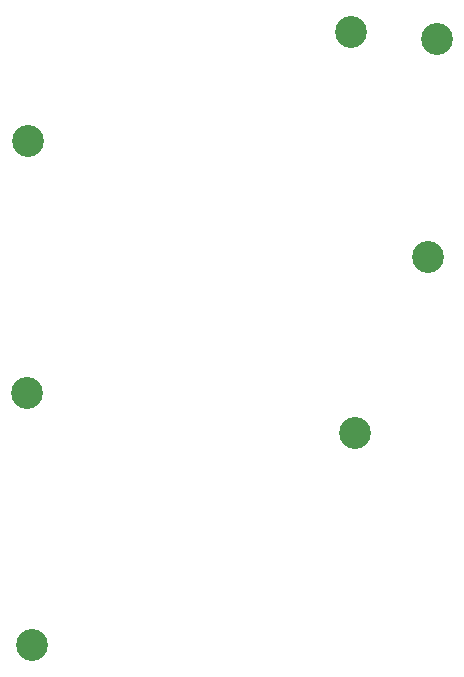
<source format=gbr>
%TF.GenerationSoftware,KiCad,Pcbnew,5.1.6-c6e7f7d~87~ubuntu18.04.1*%
%TF.CreationDate,2021-01-11T16:49:14+13:00*%
%TF.ProjectId,Dual Output Converter,4475616c-204f-4757-9470-757420436f6e,rev?*%
%TF.SameCoordinates,Original*%
%TF.FileFunction,Soldermask,Bot*%
%TF.FilePolarity,Negative*%
%FSLAX46Y46*%
G04 Gerber Fmt 4.6, Leading zero omitted, Abs format (unit mm)*
G04 Created by KiCad (PCBNEW 5.1.6-c6e7f7d~87~ubuntu18.04.1) date 2021-01-11 16:49:14*
%MOMM*%
%LPD*%
G01*
G04 APERTURE LIST*
%ADD10C,2.700000*%
G04 APERTURE END LIST*
D10*
%TO.C,J1*%
X103632000Y-66624200D03*
%TD*%
%TO.C,J2*%
X68986400Y-75285600D03*
%TD*%
%TO.C,J3*%
X102819200Y-85064600D03*
%TD*%
%TO.C,J4*%
X68884800Y-96621600D03*
%TD*%
%TO.C,J5*%
X69316600Y-117932200D03*
%TD*%
%TO.C,J6*%
X96291400Y-66014600D03*
%TD*%
%TO.C,J7*%
X96647000Y-99961200D03*
%TD*%
M02*

</source>
